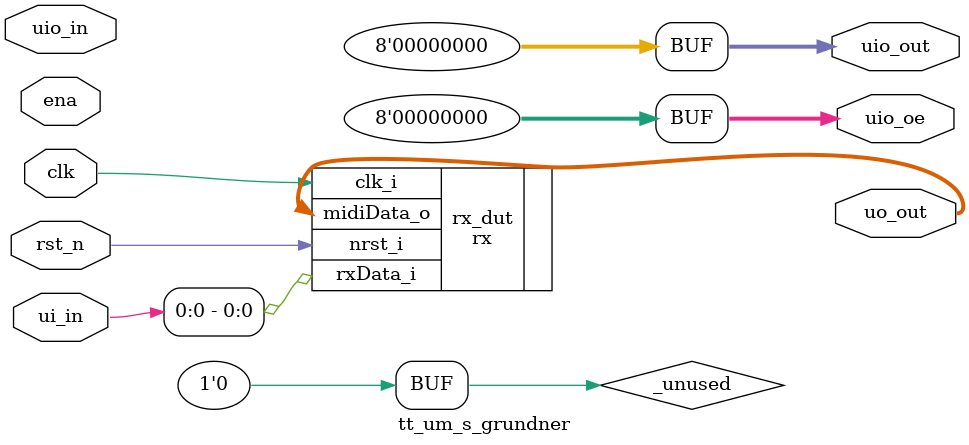
<source format=v>
/*
 * Copyright (c) 2024 Simon Grundner
 * SPDX-License-Identifier: Apache-2.0
 */

`default_nettype none

module tt_um_s_grundner (
    input  wire [7:0] ui_in,    // Dedicated inputs
    output wire [7:0] uo_out,   // Dedicated outputs
    input  wire [7:0] uio_in,   // IOs: Input path
    output wire [7:0] uio_out,  // IOs: Output path
    output wire [7:0] uio_oe,   // IOs: Enable path (active high: 0=input, 1=output)
    input  wire       ena,      // always 1 when the design is powered, so you can ignore it
    input  wire       clk,      // clock
    input  wire       rst_n     // reset_n - low to reset
);

  // counter
  //   #(8)
  //   counter_dut (
  //     .clk_i(clk),
  //     .nrst_i(rst_n),
  //     .counter_val_o(uo_out)
  //   );

    rx rx_dut (
        .clk_i(clk),
        .nrst_i(rst_n),
        .rxData_i(ui_in[0]), // midi_rx
        .midiData_o(uo_out) // midi data output
    );


    // All output pins must be assigned. If not used, assign to 0.
    assign uio_out = 0;
    assign uio_oe    = 0;

    // List all unused inputs to prevent warnings
    wire _unused = &{ena, 1'b0};

endmodule

</source>
